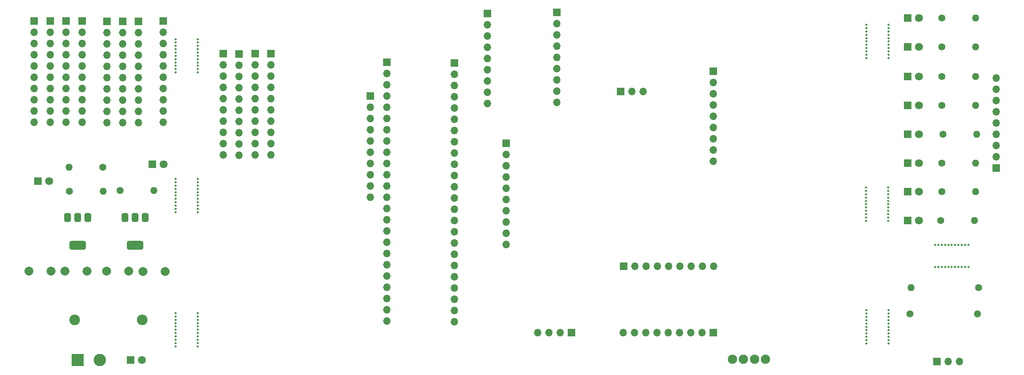
<source format=gbr>
%TF.GenerationSoftware,KiCad,Pcbnew,8.0.7*%
%TF.CreationDate,2025-06-17T16:53:58+08:00*%
%TF.ProjectId,TT_0.4_Control_board!,54545f30-2e34-45f4-936f-6e74726f6c5f,rev?*%
%TF.SameCoordinates,Original*%
%TF.FileFunction,Soldermask,Top*%
%TF.FilePolarity,Negative*%
%FSLAX46Y46*%
G04 Gerber Fmt 4.6, Leading zero omitted, Abs format (unit mm)*
G04 Created by KiCad (PCBNEW 8.0.7) date 2025-06-17 16:53:58*
%MOMM*%
%LPD*%
G01*
G04 APERTURE LIST*
G04 Aperture macros list*
%AMRoundRect*
0 Rectangle with rounded corners*
0 $1 Rounding radius*
0 $2 $3 $4 $5 $6 $7 $8 $9 X,Y pos of 4 corners*
0 Add a 4 corners polygon primitive as box body*
4,1,4,$2,$3,$4,$5,$6,$7,$8,$9,$2,$3,0*
0 Add four circle primitives for the rounded corners*
1,1,$1+$1,$2,$3*
1,1,$1+$1,$4,$5*
1,1,$1+$1,$6,$7*
1,1,$1+$1,$8,$9*
0 Add four rect primitives between the rounded corners*
20,1,$1+$1,$2,$3,$4,$5,0*
20,1,$1+$1,$4,$5,$6,$7,0*
20,1,$1+$1,$6,$7,$8,$9,0*
20,1,$1+$1,$8,$9,$2,$3,0*%
G04 Aperture macros list end*
%ADD10R,1.700000X1.700000*%
%ADD11O,1.700000X1.700000*%
%ADD12C,1.600000*%
%ADD13O,1.600000X1.600000*%
%ADD14C,2.100000*%
%ADD15C,0.500000*%
%ADD16R,2.800000X2.800000*%
%ADD17C,2.800000*%
%ADD18R,1.800000X1.800000*%
%ADD19C,1.800000*%
%ADD20C,2.000000*%
%ADD21RoundRect,0.375000X-0.375000X0.625000X-0.375000X-0.625000X0.375000X-0.625000X0.375000X0.625000X0*%
%ADD22RoundRect,0.500000X-1.400000X0.500000X-1.400000X-0.500000X1.400000X-0.500000X1.400000X0.500000X0*%
%ADD23C,2.400000*%
%ADD24O,2.400000X2.400000*%
G04 APERTURE END LIST*
D10*
%TO.C,J1*%
X239510000Y-142550000D03*
D11*
X242050000Y-142550000D03*
X244590000Y-142550000D03*
%TD*%
D12*
%TO.C,R14*%
X51310000Y-98650000D03*
D13*
X43690000Y-98650000D03*
%TD*%
D12*
%TO.C,R13*%
X43740000Y-104050000D03*
D13*
X51360000Y-104050000D03*
%TD*%
D10*
%TO.C,J24*%
X85650000Y-73010000D03*
D11*
X85650000Y-75550000D03*
X85650000Y-78090000D03*
X85650000Y-80630000D03*
X85650000Y-83170000D03*
X85650000Y-85710000D03*
X85650000Y-88250000D03*
X85650000Y-90790000D03*
X85650000Y-93330000D03*
X85650000Y-95870000D03*
%TD*%
D14*
%TO.C,J18*%
X193325000Y-142035000D03*
X195825000Y-142035000D03*
X198325000Y-142035000D03*
X200825000Y-142035000D03*
%TD*%
D15*
%TO.C,mouse-bite-5mm-slot*%
X223600000Y-138450000D03*
X228600000Y-138450000D03*
X223600000Y-137700000D03*
X223600000Y-137700000D03*
X228600000Y-137700000D03*
X228600000Y-137700000D03*
X223600000Y-136950000D03*
X228600000Y-136950000D03*
X223600000Y-136200000D03*
X228600000Y-136200000D03*
X223600000Y-135450000D03*
X228600000Y-135450000D03*
X223600000Y-134700000D03*
X228600000Y-134700000D03*
X223600000Y-133950000D03*
X228600000Y-133950000D03*
X223600000Y-133200000D03*
X228600000Y-133200000D03*
X223600000Y-132450000D03*
X228600000Y-132450000D03*
X223600000Y-131700000D03*
X228600000Y-131700000D03*
X223600000Y-130950000D03*
X228600000Y-130950000D03*
%TD*%
D10*
%TO.C,J23*%
X78450000Y-73010000D03*
D11*
X78450000Y-75550000D03*
X78450000Y-78090000D03*
X78450000Y-80630000D03*
X78450000Y-83170000D03*
X78450000Y-85710000D03*
X78450000Y-88250000D03*
X78450000Y-90790000D03*
X78450000Y-93330000D03*
X78450000Y-95870000D03*
%TD*%
D12*
%TO.C,R2*%
X233430000Y-131800000D03*
D13*
X248670000Y-131800000D03*
%TD*%
D10*
%TO.C,J25*%
X89250000Y-73010000D03*
D11*
X89250000Y-75550000D03*
X89250000Y-78090000D03*
X89250000Y-80630000D03*
X89250000Y-83170000D03*
X89250000Y-85710000D03*
X89250000Y-88250000D03*
X89250000Y-90790000D03*
X89250000Y-93330000D03*
X89250000Y-95870000D03*
%TD*%
D10*
%TO.C,REF\u002A\u002A*%
X138075000Y-63915000D03*
D11*
X138075000Y-66455000D03*
X138075000Y-68995000D03*
X138075000Y-71535000D03*
X138075000Y-74075000D03*
X138075000Y-76615000D03*
X138075000Y-79155000D03*
X138075000Y-81695000D03*
X138075000Y-84235000D03*
%TD*%
D15*
%TO.C,mouse-bite-5mm-slot*%
X67700000Y-139100000D03*
X72700000Y-139100000D03*
X67700000Y-138350000D03*
X67700000Y-138350000D03*
X72700000Y-138350000D03*
X72700000Y-138350000D03*
X67700000Y-137600000D03*
X72700000Y-137600000D03*
X67700000Y-136850000D03*
X72700000Y-136850000D03*
X67700000Y-136100000D03*
X72700000Y-136100000D03*
X67700000Y-135350000D03*
X72700000Y-135350000D03*
X67700000Y-134600000D03*
X72700000Y-134600000D03*
X67700000Y-133850000D03*
X72700000Y-133850000D03*
X67700000Y-133100000D03*
X72700000Y-133100000D03*
X67700000Y-132350000D03*
X72700000Y-132350000D03*
X67700000Y-131600000D03*
X72700000Y-131600000D03*
%TD*%
D10*
%TO.C,REF\u002A\u002A*%
X168775000Y-121035000D03*
D11*
X171315000Y-121035000D03*
X173855000Y-121035000D03*
X176395000Y-121035000D03*
X178935000Y-121035000D03*
X181475000Y-121035000D03*
X184015000Y-121035000D03*
X186555000Y-121035000D03*
X189095000Y-121035000D03*
%TD*%
D16*
%TO.C,J2*%
X45600000Y-142150000D03*
D17*
X50600000Y-142150000D03*
%TD*%
D15*
%TO.C,mouse-bite-5mm-slot*%
X246600000Y-121150000D03*
X246600000Y-116150000D03*
X245850000Y-121150000D03*
X245850000Y-121150000D03*
X245850000Y-116150000D03*
X245850000Y-116150000D03*
X245100000Y-121150000D03*
X245100000Y-116150000D03*
X244350000Y-121150000D03*
X244350000Y-116150000D03*
X243600000Y-121150000D03*
X243600000Y-116150000D03*
X242850000Y-121150000D03*
X242850000Y-116150000D03*
X242100000Y-121150000D03*
X242100000Y-116150000D03*
X241350000Y-121150000D03*
X241350000Y-116150000D03*
X240600000Y-121150000D03*
X240600000Y-116150000D03*
X239850000Y-121150000D03*
X239850000Y-116150000D03*
X239100000Y-121150000D03*
X239100000Y-116150000D03*
%TD*%
D10*
%TO.C,J12*%
X153775000Y-63715000D03*
D11*
X153775000Y-66255000D03*
X153775000Y-68795000D03*
X153775000Y-71335000D03*
X153775000Y-73875000D03*
X153775000Y-76415000D03*
X153775000Y-78955000D03*
X153775000Y-81495000D03*
X153775000Y-84035000D03*
%TD*%
D18*
%TO.C,D11*%
X36625000Y-101800000D03*
D19*
X39165000Y-101800000D03*
%TD*%
D12*
%TO.C,R6*%
X240850000Y-91200000D03*
D13*
X248470000Y-91200000D03*
%TD*%
D10*
%TO.C,J7*%
X39400000Y-65650000D03*
D11*
X39400000Y-68190000D03*
X39400000Y-70730000D03*
X39400000Y-73270000D03*
X39400000Y-75810000D03*
X39400000Y-78350000D03*
X39400000Y-80890000D03*
X39400000Y-83430000D03*
X39400000Y-85970000D03*
X39400000Y-88510000D03*
%TD*%
D10*
%TO.C,J6*%
X157075000Y-136035000D03*
D11*
X154535000Y-136035000D03*
X151995000Y-136035000D03*
X149455000Y-136035000D03*
%TD*%
D12*
%TO.C,R10*%
X240600000Y-64950000D03*
D13*
X248220000Y-64950000D03*
%TD*%
D15*
%TO.C,mouse-bite-5mm-slot*%
X67700000Y-77250000D03*
X72700000Y-77250000D03*
X67700000Y-76500000D03*
X67700000Y-76500000D03*
X72700000Y-76500000D03*
X72700000Y-76500000D03*
X67700000Y-75750000D03*
X72700000Y-75750000D03*
X67700000Y-75000000D03*
X72700000Y-75000000D03*
X67700000Y-74250000D03*
X72700000Y-74250000D03*
X67700000Y-73500000D03*
X72700000Y-73500000D03*
X67700000Y-72750000D03*
X72700000Y-72750000D03*
X67700000Y-72000000D03*
X72700000Y-72000000D03*
X67700000Y-71250000D03*
X72700000Y-71250000D03*
X67700000Y-70500000D03*
X72700000Y-70500000D03*
X67700000Y-69750000D03*
X72700000Y-69750000D03*
%TD*%
D12*
%TO.C,R4*%
X240600000Y-104200000D03*
D13*
X248220000Y-104200000D03*
%TD*%
D10*
%TO.C,J20*%
X252850000Y-98860000D03*
D11*
X252850000Y-96320000D03*
X252850000Y-93780000D03*
X252850000Y-91240000D03*
X252850000Y-88700000D03*
X252850000Y-86160000D03*
X252850000Y-83620000D03*
X252850000Y-81080000D03*
X252850000Y-78540000D03*
%TD*%
D10*
%TO.C,J14*%
X35800000Y-65650000D03*
D11*
X35800000Y-68190000D03*
X35800000Y-70730000D03*
X35800000Y-73270000D03*
X35800000Y-75810000D03*
X35800000Y-78350000D03*
X35800000Y-80890000D03*
X35800000Y-83430000D03*
X35800000Y-85970000D03*
X35800000Y-88510000D03*
%TD*%
D20*
%TO.C,C4*%
X60350000Y-122200000D03*
X65350000Y-122200000D03*
%TD*%
D18*
%TO.C,D9*%
X57600000Y-142150000D03*
D19*
X60140000Y-142150000D03*
%TD*%
D10*
%TO.C,J21*%
X115400000Y-74960000D03*
D11*
X115400000Y-77500000D03*
X115400000Y-80040000D03*
X115400000Y-82580000D03*
X115400000Y-85120000D03*
X115400000Y-87660000D03*
X115400000Y-90200000D03*
X115400000Y-92740000D03*
X115400000Y-95280000D03*
X115400000Y-97820000D03*
X115400000Y-100360000D03*
X115400000Y-102900000D03*
X115400000Y-105440000D03*
X115400000Y-107980000D03*
X115400000Y-110520000D03*
X115400000Y-113060000D03*
X115400000Y-115600000D03*
X115400000Y-118140000D03*
X115400000Y-120680000D03*
X115400000Y-123220000D03*
X115400000Y-125760000D03*
X115400000Y-128300000D03*
X115400000Y-130840000D03*
X115400000Y-133380000D03*
%TD*%
D10*
%TO.C,J5*%
X142275000Y-93235000D03*
D11*
X142275000Y-95775000D03*
X142275000Y-98315000D03*
X142275000Y-100855000D03*
X142275000Y-103395000D03*
X142275000Y-105935000D03*
X142275000Y-108475000D03*
X142275000Y-111015000D03*
X142275000Y-113555000D03*
X142275000Y-116095000D03*
%TD*%
D10*
%TO.C,J19*%
X189010000Y-76975000D03*
D11*
X189010000Y-79515000D03*
X189010000Y-82055000D03*
X189010000Y-84595000D03*
X189010000Y-87135000D03*
X189010000Y-89675000D03*
X189010000Y-92215000D03*
X189010000Y-94755000D03*
X189010000Y-97295000D03*
%TD*%
D21*
%TO.C,U3*%
X47900000Y-110000000D03*
X45600000Y-110000000D03*
D22*
X45600000Y-116300000D03*
D21*
X43300000Y-110000000D03*
%TD*%
D10*
%TO.C,J13*%
X189075000Y-136035000D03*
D11*
X186535000Y-136035000D03*
X183995000Y-136035000D03*
X181455000Y-136035000D03*
X178915000Y-136035000D03*
X176375000Y-136035000D03*
X173835000Y-136035000D03*
X171295000Y-136035000D03*
X168755000Y-136035000D03*
%TD*%
D20*
%TO.C,C3*%
X52100000Y-122150000D03*
X57100000Y-122150000D03*
%TD*%
D23*
%TO.C,R11*%
X44980000Y-133150000D03*
D24*
X60220000Y-133150000D03*
%TD*%
D15*
%TO.C,mouse-bite-5mm-slot*%
X67750000Y-108800000D03*
X72750000Y-108800000D03*
X67750000Y-108050000D03*
X67750000Y-108050000D03*
X72750000Y-108050000D03*
X72750000Y-108050000D03*
X67750000Y-107300000D03*
X72750000Y-107300000D03*
X67750000Y-106550000D03*
X72750000Y-106550000D03*
X67750000Y-105800000D03*
X72750000Y-105800000D03*
X67750000Y-105050000D03*
X72750000Y-105050000D03*
X67750000Y-104300000D03*
X72750000Y-104300000D03*
X67750000Y-103550000D03*
X72750000Y-103550000D03*
X67750000Y-102800000D03*
X72750000Y-102800000D03*
X67750000Y-102050000D03*
X72750000Y-102050000D03*
X67750000Y-101300000D03*
X72750000Y-101300000D03*
%TD*%
D10*
%TO.C,J8*%
X52190000Y-65710000D03*
D11*
X52190000Y-68250000D03*
X52190000Y-70790000D03*
X52190000Y-73330000D03*
X52190000Y-75870000D03*
X52190000Y-78410000D03*
X52190000Y-80950000D03*
X52190000Y-83490000D03*
X52190000Y-86030000D03*
X52190000Y-88570000D03*
%TD*%
D20*
%TO.C,C1*%
X34600000Y-122150000D03*
X39600000Y-122150000D03*
%TD*%
D12*
%TO.C,R3*%
X240350000Y-110700000D03*
D13*
X247970000Y-110700000D03*
%TD*%
D12*
%TO.C,R5*%
X240600000Y-97700000D03*
D13*
X248220000Y-97700000D03*
%TD*%
D15*
%TO.C,mouse-bite-5mm-slot*%
X223500000Y-110750000D03*
X228500000Y-110750000D03*
X223500000Y-110000000D03*
X223500000Y-110000000D03*
X228500000Y-110000000D03*
X228500000Y-110000000D03*
X223500000Y-109250000D03*
X228500000Y-109250000D03*
X223500000Y-108500000D03*
X228500000Y-108500000D03*
X223500000Y-107750000D03*
X228500000Y-107750000D03*
X223500000Y-107000000D03*
X228500000Y-107000000D03*
X223500000Y-106250000D03*
X228500000Y-106250000D03*
X223500000Y-105500000D03*
X228500000Y-105500000D03*
X223500000Y-104750000D03*
X228500000Y-104750000D03*
X223500000Y-104000000D03*
X228500000Y-104000000D03*
X223500000Y-103250000D03*
X228500000Y-103250000D03*
%TD*%
%TO.C,mouse-bite-5mm-slot*%
X223550000Y-74000000D03*
X228550000Y-74000000D03*
X223550000Y-73250000D03*
X223550000Y-73250000D03*
X228550000Y-73250000D03*
X228550000Y-73250000D03*
X223550000Y-72500000D03*
X228550000Y-72500000D03*
X223550000Y-71750000D03*
X228550000Y-71750000D03*
X223550000Y-71000000D03*
X228550000Y-71000000D03*
X223550000Y-70250000D03*
X228550000Y-70250000D03*
X223550000Y-69500000D03*
X228550000Y-69500000D03*
X223550000Y-68750000D03*
X228550000Y-68750000D03*
X223550000Y-68000000D03*
X228550000Y-68000000D03*
X223550000Y-67250000D03*
X228550000Y-67250000D03*
X223550000Y-66500000D03*
X228550000Y-66500000D03*
%TD*%
D10*
%TO.C,J11*%
X43000000Y-65650000D03*
D11*
X43000000Y-68190000D03*
X43000000Y-70730000D03*
X43000000Y-73270000D03*
X43000000Y-75810000D03*
X43000000Y-78350000D03*
X43000000Y-80890000D03*
X43000000Y-83430000D03*
X43000000Y-85970000D03*
X43000000Y-88510000D03*
%TD*%
D20*
%TO.C,C2*%
X42750000Y-122100000D03*
X47750000Y-122100000D03*
%TD*%
D12*
%TO.C,R7*%
X240600000Y-84700000D03*
D13*
X248220000Y-84700000D03*
%TD*%
D18*
%TO.C,D5*%
X232870000Y-84700000D03*
D19*
X235410000Y-84700000D03*
%TD*%
D18*
%TO.C,D10*%
X62475000Y-98000000D03*
D19*
X65015000Y-98000000D03*
%TD*%
D10*
%TO.C,J3*%
X130600000Y-75120000D03*
D11*
X130600000Y-77660000D03*
X130600000Y-80200000D03*
X130600000Y-82740000D03*
X130600000Y-85280000D03*
X130600000Y-87820000D03*
X130600000Y-90360000D03*
X130600000Y-92900000D03*
X130600000Y-95440000D03*
X130600000Y-97980000D03*
X130600000Y-100520000D03*
X130600000Y-103060000D03*
X130600000Y-105600000D03*
X130600000Y-108140000D03*
X130600000Y-110680000D03*
X130600000Y-113220000D03*
X130600000Y-115760000D03*
X130600000Y-118300000D03*
X130600000Y-120840000D03*
X130600000Y-123380000D03*
X130600000Y-125920000D03*
X130600000Y-128460000D03*
X130600000Y-131000000D03*
X130600000Y-133540000D03*
%TD*%
D10*
%TO.C,J9*%
X55780000Y-65700000D03*
D11*
X55780000Y-68240000D03*
X55780000Y-70780000D03*
X55780000Y-73320000D03*
X55780000Y-75860000D03*
X55780000Y-78400000D03*
X55780000Y-80940000D03*
X55780000Y-83480000D03*
X55780000Y-86020000D03*
X55780000Y-88560000D03*
%TD*%
D18*
%TO.C,D7*%
X232885000Y-71450000D03*
D19*
X235425000Y-71450000D03*
%TD*%
D10*
%TO.C,J22*%
X82050000Y-73060000D03*
D11*
X82050000Y-75600000D03*
X82050000Y-78140000D03*
X82050000Y-80680000D03*
X82050000Y-83220000D03*
X82050000Y-85760000D03*
X82050000Y-88300000D03*
X82050000Y-90840000D03*
X82050000Y-93380000D03*
X82050000Y-95920000D03*
%TD*%
D10*
%TO.C,J4*%
X168135000Y-81585000D03*
D11*
X170675000Y-81585000D03*
X173215000Y-81585000D03*
%TD*%
D10*
%TO.C,J10*%
X111650000Y-82560000D03*
D11*
X111650000Y-85100000D03*
X111650000Y-87640000D03*
X111650000Y-90180000D03*
X111650000Y-92720000D03*
X111650000Y-95260000D03*
X111650000Y-97800000D03*
X111650000Y-100340000D03*
X111650000Y-102880000D03*
X111650000Y-105420000D03*
%TD*%
D12*
%TO.C,R1*%
X248920000Y-125800000D03*
D13*
X233680000Y-125800000D03*
%TD*%
D12*
%TO.C,R9*%
X240600000Y-71450000D03*
D13*
X248220000Y-71450000D03*
%TD*%
D10*
%TO.C,J15*%
X46600000Y-65650000D03*
D11*
X46600000Y-68190000D03*
X46600000Y-70730000D03*
X46600000Y-73270000D03*
X46600000Y-75810000D03*
X46600000Y-78350000D03*
X46600000Y-80890000D03*
X46600000Y-83430000D03*
X46600000Y-85970000D03*
X46600000Y-88510000D03*
%TD*%
D21*
%TO.C,U2*%
X60900000Y-110000000D03*
X58600000Y-110000000D03*
D22*
X58600000Y-116300000D03*
D21*
X56300000Y-110000000D03*
%TD*%
D18*
%TO.C,D8*%
X232870000Y-64950000D03*
D19*
X235410000Y-64950000D03*
%TD*%
D12*
%TO.C,R8*%
X240600000Y-78200000D03*
D13*
X248220000Y-78200000D03*
%TD*%
D18*
%TO.C,D1*%
X232910000Y-110700000D03*
D19*
X235450000Y-110700000D03*
%TD*%
D12*
%TO.C,R12*%
X55200000Y-103900000D03*
D13*
X62820000Y-103900000D03*
%TD*%
D10*
%TO.C,J16*%
X59340000Y-65710000D03*
D11*
X59340000Y-68250000D03*
X59340000Y-70790000D03*
X59340000Y-73330000D03*
X59340000Y-75870000D03*
X59340000Y-78410000D03*
X59340000Y-80950000D03*
X59340000Y-83490000D03*
X59340000Y-86030000D03*
X59340000Y-88570000D03*
%TD*%
D18*
%TO.C,D3*%
X232910000Y-97700000D03*
D19*
X235450000Y-97700000D03*
%TD*%
D18*
%TO.C,D4*%
X232870000Y-91200000D03*
D19*
X235410000Y-91200000D03*
%TD*%
D10*
%TO.C,J17*%
X64900000Y-65660000D03*
D11*
X64900000Y-68200000D03*
X64900000Y-70740000D03*
X64900000Y-73280000D03*
X64900000Y-75820000D03*
X64900000Y-78360000D03*
X64900000Y-80900000D03*
X64900000Y-83440000D03*
X64900000Y-85980000D03*
X64900000Y-88520000D03*
%TD*%
D18*
%TO.C,D6*%
X232885000Y-78200000D03*
D19*
X235425000Y-78200000D03*
%TD*%
D18*
%TO.C,D2*%
X232910000Y-104200000D03*
D19*
X235450000Y-104200000D03*
%TD*%
M02*

</source>
